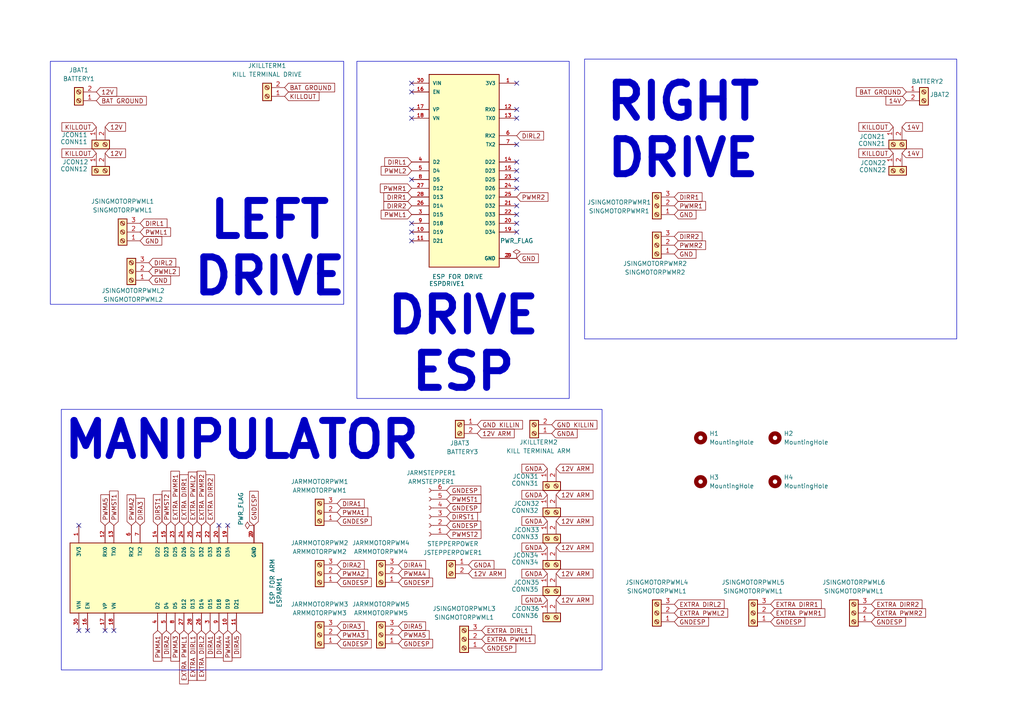
<source format=kicad_sch>
(kicad_sch (version 20231120) (generator "eeschema") (generator_version "8.0")
  (paper "A4")
  (lib_symbols
    (symbol "Connector:Conn_01x06_Socket" (pin_names (offset 1.016) hide)
      (property "Reference" "J" (at 0 7.62 0))
      (property "Value" "Conn_01x06_Socket" (at 0 -10.16 0))
      (symbol "Conn_01x06_Socket_1_1"
        (arc (start 0 -7.112) (mid -0.5058 -7.62) (end 0 -8.128) (stroke (width 0.1524)))
        (arc (start 0 -4.572) (mid -0.5058 -5.08) (end 0 -5.588) (stroke (width 0.1524)))
        (arc (start 0 -2.032) (mid -0.5058 -2.54) (end 0 -3.048) (stroke (width 0.1524)))
        (polyline (pts (xy -1.27 -7.62) (xy -0.508 -7.62)) (stroke (width 0.1524)))
        (polyline (pts (xy -1.27 -5.08) (xy -0.508 -5.08)) (stroke (width 0.1524)))
        (polyline (pts (xy -1.27 -2.54) (xy -0.508 -2.54)) (stroke (width 0.1524)))
        (polyline (pts (xy -1.27 0) (xy -0.508 0)) (stroke (width 0.1524)))
        (polyline (pts (xy -1.27 2.54) (xy -0.508 2.54)) (stroke (width 0.1524)))
        (polyline (pts (xy -1.27 5.08) (xy -0.508 5.08)) (stroke (width 0.1524)))
        (arc (start 0 0.508) (mid -0.5058 0) (end 0 -0.508) (stroke (width 0.1524)))
        (arc (start 0 3.048) (mid -0.5058 2.54) (end 0 2.032) (stroke (width 0.1524)))
        (arc (start 0 5.588) (mid -0.5058 5.08) (end 0 4.572) (stroke (width 0.1524)))
        (pin passive line (at -5.08 5.08 0) (length 3.81) (name "Pin_1") (number "1"))
        (pin passive line (at -5.08 2.54 0) (length 3.81) (name "Pin_2") (number "2"))
        (pin passive line (at -5.08 0 0) (length 3.81) (name "Pin_3") (number "3"))
        (pin passive line (at -5.08 -2.54 0) (length 3.81) (name "Pin_4") (number "4"))
        (pin passive line (at -5.08 -5.08 0) (length 3.81) (name "Pin_5") (number "5"))
        (pin passive line (at -5.08 -7.62 0) (length 3.81) (name "Pin_6") (number "6"))
      )
    )
    (symbol "Connector:Screw_Terminal_01x02" (pin_names (offset 1.016) hide)
      (property "Reference" "J" (at 0 2.54 0))
      (property "Value" "Screw_Terminal_01x02" (at 0 -5.08 0))
      (symbol "Screw_Terminal_01x02_1_1"
        (rectangle (start -1.27 1.27) (end 1.27 -3.81) (stroke (width 0.254)) (fill (type background)))
        (circle (center 0 -2.54) (radius 0.635) (stroke (width 0.1524)))
        (polyline (pts (xy -0.5334 -2.2098) (xy 0.3302 -3.048)) (stroke (width 0.1524)))
        (polyline (pts (xy -0.5334 0.3302) (xy 0.3302 -0.508)) (stroke (width 0.1524)))
        (polyline (pts (xy -0.3556 -2.032) (xy 0.508 -2.8702)) (stroke (width 0.1524)))
        (polyline (pts (xy -0.3556 0.508) (xy 0.508 -0.3302)) (stroke (width 0.1524)))
        (circle (center 0 0) (radius 0.635) (stroke (width 0.1524)))
        (pin passive line (at -5.08 0 0) (length 3.81) (name "Pin_1") (number "1"))
        (pin passive line (at -5.08 -2.54 0) (length 3.81) (name "Pin_2") (number "2"))
      )
    )
    (symbol "Connector:Screw_Terminal_01x03" (pin_names (offset 1.016) hide)
      (property "Reference" "J" (at 0 5.08 0))
      (property "Value" "Screw_Terminal_01x03" (at 0 -5.08 0))
      (symbol "Screw_Terminal_01x03_1_1"
        (rectangle (start -1.27 3.81) (end 1.27 -3.81) (stroke (width 0.254)) (fill (type background)))
        (circle (center 0 -2.54) (radius 0.635) (stroke (width 0.1524)))
        (polyline (pts (xy -0.5334 -2.2098) (xy 0.3302 -3.048)) (stroke (width 0.1524)))
        (polyline (pts (xy -0.5334 0.3302) (xy 0.3302 -0.508)) (stroke (width 0.1524)))
        (polyline (pts (xy -0.5334 2.8702) (xy 0.3302 2.032)) (stroke (width 0.1524)))
        (polyline (pts (xy -0.3556 -2.032) (xy 0.508 -2.8702)) (stroke (width 0.1524)))
        (polyline (pts (xy -0.3556 0.508) (xy 0.508 -0.3302)) (stroke (width 0.1524)))
        (polyline (pts (xy -0.3556 3.048) (xy 0.508 2.2098)) (stroke (width 0.1524)))
        (circle (center 0 0) (radius 0.635) (stroke (width 0.1524)))
        (circle (center 0 2.54) (radius 0.635) (stroke (width 0.1524)))
        (pin passive line (at -5.08 2.54 0) (length 3.81) (name "Pin_1") (number "1"))
        (pin passive line (at -5.08 0 0) (length 3.81) (name "Pin_2") (number "2"))
        (pin passive line (at -5.08 -2.54 0) (length 3.81) (name "Pin_3") (number "3"))
      )
    )
    (symbol "ESP32-DEVKIT-V1:ESP32-DEVKIT-V1" (pin_names (offset 1.016))
      (property "Reference" "U" (at -10.16 30.48 0))
      (property "Value" "ESP32-DEVKIT-V1" (at -10.16 -30.48 0))
      (symbol "ESP32-DEVKIT-V1_0_0"
        (rectangle (start -10.16 -27.94) (end 10.16 27.94) (stroke (width 0.254)) (fill (type background)))
        (pin output line (at 15.24 25.4 180) (length 5.08) (name "3V3") (number "1"))
        (pin bidirectional line (at -15.24 -17.78 0) (length 5.08) (name "D19") (number "10"))
        (pin bidirectional line (at -15.24 -20.32 0) (length 5.08) (name "D21") (number "11"))
        (pin input line (at 15.24 17.78 180) (length 5.08) (name "RX0") (number "12"))
        (pin output line (at 15.24 15.24 180) (length 5.08) (name "TX0") (number "13"))
        (pin bidirectional line (at 15.24 2.54 180) (length 5.08) (name "D22") (number "14"))
        (pin bidirectional line (at 15.24 0 180) (length 5.08) (name "D23") (number "15"))
        (pin input line (at -15.24 22.86 0) (length 5.08) (name "EN") (number "16"))
        (pin bidirectional line (at -15.24 17.78 0) (length 5.08) (name "VP") (number "17"))
        (pin bidirectional line (at -15.24 15.24 0) (length 5.08) (name "VN") (number "18"))
        (pin bidirectional line (at 15.24 -17.78 180) (length 5.08) (name "D34") (number "19"))
        (pin power_in line (at 15.24 -25.4 180) (length 5.08) (name "GND") (number "2"))
        (pin bidirectional line (at 15.24 -15.24 180) (length 5.08) (name "D35") (number "20"))
        (pin bidirectional line (at 15.24 -10.16 180) (length 5.08) (name "D32") (number "21"))
        (pin bidirectional line (at 15.24 -12.7 180) (length 5.08) (name "D33") (number "22"))
        (pin bidirectional line (at 15.24 -2.54 180) (length 5.08) (name "D25") (number "23"))
        (pin bidirectional line (at 15.24 -5.08 180) (length 5.08) (name "D26") (number "24"))
        (pin bidirectional line (at 15.24 -7.62 180) (length 5.08) (name "D27") (number "25"))
        (pin bidirectional line (at -15.24 -10.16 0) (length 5.08) (name "D14") (number "26"))
        (pin bidirectional line (at -15.24 -5.08 0) (length 5.08) (name "D12") (number "27"))
        (pin bidirectional line (at -15.24 -7.62 0) (length 5.08) (name "D13") (number "28"))
        (pin power_in line (at 15.24 -25.4 180) (length 5.08) (name "GND") (number "29"))
        (pin bidirectional line (at -15.24 -12.7 0) (length 5.08) (name "D15") (number "3"))
        (pin input line (at -15.24 25.4 0) (length 5.08) (name "VIN") (number "30"))
        (pin bidirectional line (at -15.24 2.54 0) (length 5.08) (name "D2") (number "4"))
        (pin bidirectional line (at -15.24 0 0) (length 5.08) (name "D4") (number "5"))
        (pin input line (at 15.24 10.16 180) (length 5.08) (name "RX2") (number "6"))
        (pin output line (at 15.24 7.62 180) (length 5.08) (name "TX2") (number "7"))
        (pin bidirectional line (at -15.24 -2.54 0) (length 5.08) (name "D5") (number "8"))
        (pin bidirectional line (at -15.24 -15.24 0) (length 5.08) (name "D18") (number "9"))
      )
    )
    (symbol "Mechanical:MountingHole" (pin_names (offset 1.016)) (exclude_from_sim yes) (in_bom no)
      (property "Reference" "H" (at 0 5.08 0))
      (property "Value" "MountingHole" (at 0 3.175 0))
      (symbol "MountingHole_0_1"
        (circle (center 0 0) (radius 1.27) (stroke (width 1.27)))
      )
    )
    (symbol "power:PWR_FLAG" (power) (pin_numbers hide) (pin_names (offset 0) hide)
      (property "Value" "PWR_FLAG" (at 0 3.81 0))
      (symbol "PWR_FLAG_0_0"
        (pin power_out line (at 0 0 90) (length 0) (name "~") (number "1"))
      )
      (symbol "PWR_FLAG_0_1"
        (polyline (pts (xy 0 0) (xy 0 1.27) (xy -1.016 1.905) (xy 0 2.54) (xy 1.016 1.905) (xy 0 1.27)))
      )
    )
  )
  (no_connect (at 149.86 24.13))
  (no_connect (at 119.38 26.67))
  (no_connect (at 119.38 24.13))
  (no_connect (at 22.86 152.4))
  (no_connect (at 149.86 41.91))
  (no_connect (at 149.86 62.23))
  (no_connect (at 149.86 31.75))
  (no_connect (at 119.38 67.31))
  (no_connect (at 149.86 64.77))
  (no_connect (at 149.86 59.69))
  (no_connect (at 119.38 52.07))
  (no_connect (at 149.86 34.29))
  (no_connect (at 25.4 182.88))
  (no_connect (at 119.38 64.77))
  (no_connect (at 149.86 54.61))
  (no_connect (at 119.38 34.29))
  (no_connect (at 149.86 52.07))
  (no_connect (at 22.86 182.88))
  (no_connect (at 33.02 182.88))
  (no_connect (at 119.38 69.85))
  (no_connect (at 149.86 46.99))
  (no_connect (at 63.5 152.4))
  (no_connect (at 30.48 182.88))
  (no_connect (at 66.04 152.4))
  (no_connect (at 119.38 31.75))
  (no_connect (at 149.86 67.31))
  (no_connect (at 149.86 49.53))
  (rectangle (start 17.78 118.745) (end 174.625 194.31))
  (rectangle (start 103.505 17.78) (end 165.1 115.57))
  (rectangle (start 14.605 17.78) (end 99.695 88.265))
  (rectangle (start 169.545 17.145) (end 277.495 98.298))
  (text "RIGHT\nDRIVE\n" (at 198.12 37.846 0) (effects (font (size 10.16 10.16) (thickness 2.032) (bold yes))))
  (text "DRIVE\nESP\n" (at 134.366 99.822 0) (effects (font (size 10.16 10.16) (thickness 2.032) (bold yes))))
  (text "MANIPULATOR" (at 70.104 127.762 0) (effects (font (size 10.16 10.16) (thickness 2.032) (bold yes))))
  (text "LEFT\nDRIVE" (at 78.232 72.136 0) (effects (font (size 10.16 10.16) (thickness 2.032) (bold yes))))
  (global_label "GNDESP" (shape input) (at 115.57 186.69 0) (property "Intersheetrefs" "${INTERSHEET_REFS}" (effects (hide yes))))
  (global_label "DIRA5" (shape input) (at 68.58 182.88 270) (property "Intersheetrefs" "${INTERSHEET_REFS}" (effects (hide yes))))
  (global_label "EXTRA PWML1" (shape input) (at 53.34 182.88 270) (property "Intersheetrefs" "${INTERSHEET_REFS}" (effects (hide yes))))
  (global_label "14V" (shape input) (at 262.89 29.21 180) (property "Intersheetrefs" "${INTERSHEET_REFS}" (effects (hide yes))))
  (global_label "DIRST1" (shape input) (at 45.72 152.4 90) (property "Intersheetrefs" "${INTERSHEET_REFS}" (effects (hide yes))))
  (global_label "PWMST2" (shape input) (at 129.54 154.94 0) (property "Intersheetrefs" "${INTERSHEET_REFS}" (effects (hide yes))))
  (global_label "KILLOUT" (shape input) (at 259.08 36.83 180) (property "Intersheetrefs" "${INTERSHEET_REFS}" (effects (hide yes))))
  (global_label "DIRL2" (shape input) (at 149.86 39.37 0) (property "Intersheetrefs" "${INTERSHEET_REFS}" (effects (hide yes))))
  (global_label "PWML1" (shape input) (at 119.38 62.23 180) (property "Intersheetrefs" "${INTERSHEET_REFS}" (effects (hide yes))))
  (global_label "GNDA" (shape input) (at 160.02 125.73 0) (property "Intersheetrefs" "${INTERSHEET_REFS}" (effects (hide yes))))
  (global_label "DIRL1" (shape input) (at 119.38 46.99 180) (property "Intersheetrefs" "${INTERSHEET_REFS}" (effects (hide yes))))
  (global_label "EXTRA DIRL1" (shape input) (at 55.88 182.88 270) (property "Intersheetrefs" "${INTERSHEET_REFS}" (effects (hide yes))))
  (global_label "EXTRA DIRR1" (shape input) (at 53.34 152.4 90) (property "Intersheetrefs" "${INTERSHEET_REFS}" (effects (hide yes))))
  (global_label "DIRA3" (shape input) (at 97.79 181.61 0) (property "Intersheetrefs" "${INTERSHEET_REFS}" (effects (hide yes))))
  (global_label "PWML2" (shape input) (at 43.18 78.74 0) (property "Intersheetrefs" "${INTERSHEET_REFS}" (effects (hide yes))))
  (global_label "BAT GROUND" (shape input) (at 262.89 26.67 180) (property "Intersheetrefs" "${INTERSHEET_REFS}" (effects (hide yes))))
  (global_label "GNDA" (shape input) (at 135.89 163.83 0) (property "Intersheetrefs" "${INTERSHEET_REFS}" (effects (hide yes))))
  (global_label "PWML1" (shape input) (at 40.64 67.31 0) (property "Intersheetrefs" "${INTERSHEET_REFS}" (effects (hide yes))))
  (global_label "DIRR2" (shape input) (at 195.58 68.58 0) (property "Intersheetrefs" "${INTERSHEET_REFS}" (effects (hide yes))))
  (global_label "DIRA2" (shape input) (at 48.26 182.88 270) (property "Intersheetrefs" "${INTERSHEET_REFS}" (effects (hide yes))))
  (global_label "12V ARM" (shape input) (at 161.29 143.51 0) (property "Intersheetrefs" "${INTERSHEET_REFS}" (effects (hide yes))))
  (global_label "EXTRA DIRR2" (shape input) (at 60.96 152.4 90) (property "Intersheetrefs" "${INTERSHEET_REFS}" (effects (hide yes))))
  (global_label "GNDESP" (shape input) (at 129.54 142.24 0) (property "Intersheetrefs" "${INTERSHEET_REFS}" (effects (hide yes))))
  (global_label "EXTRA DIRR1" (shape input) (at 223.52 175.26 0) (property "Intersheetrefs" "${INTERSHEET_REFS}" (effects (hide yes))))
  (global_label "GNDA" (shape input) (at 158.75 158.75 180) (property "Intersheetrefs" "${INTERSHEET_REFS}" (effects (hide yes))))
  (global_label "DIRR1" (shape input) (at 119.38 57.15 180) (property "Intersheetrefs" "${INTERSHEET_REFS}" (effects (hide yes))))
  (global_label "PWMST2" (shape input) (at 48.26 152.4 90) (property "Intersheetrefs" "${INTERSHEET_REFS}" (effects (hide yes))))
  (global_label "GNDA" (shape input) (at 158.75 143.51 180) (property "Intersheetrefs" "${INTERSHEET_REFS}" (effects (hide yes))))
  (global_label "DIRL2" (shape input) (at 43.18 76.2 0) (property "Intersheetrefs" "${INTERSHEET_REFS}" (effects (hide yes))))
  (global_label "PWMR1" (shape input) (at 195.58 59.69 0) (property "Intersheetrefs" "${INTERSHEET_REFS}" (effects (hide yes))))
  (global_label "GNDA" (shape input) (at 158.75 135.89 180) (property "Intersheetrefs" "${INTERSHEET_REFS}" (effects (hide yes))))
  (global_label "PWMA2" (shape input) (at 97.79 166.37 0) (property "Intersheetrefs" "${INTERSHEET_REFS}" (effects (hide yes))))
  (global_label "BAT GROUND" (shape input) (at 82.55 25.4 0) (property "Intersheetrefs" "${INTERSHEET_REFS}" (effects (hide yes))))
  (global_label "GNDESP" (shape input) (at 97.79 186.69 0) (property "Intersheetrefs" "${INTERSHEET_REFS}" (effects (hide yes))))
  (global_label "PWMA4" (shape input) (at 66.04 182.88 270) (property "Intersheetrefs" "${INTERSHEET_REFS}" (effects (hide yes))))
  (global_label "12V ARM" (shape input) (at 161.29 135.89 0) (property "Intersheetrefs" "${INTERSHEET_REFS}" (effects (hide yes))))
  (global_label "12V" (shape input) (at 27.94 26.67 0) (property "Intersheetrefs" "${INTERSHEET_REFS}" (effects (hide yes))))
  (global_label "EXTRA DIRL1" (shape input) (at 139.7 182.88 0) (property "Intersheetrefs" "${INTERSHEET_REFS}" (effects (hide yes))))
  (global_label "GNDESP" (shape input) (at 223.52 180.34 0) (property "Intersheetrefs" "${INTERSHEET_REFS}" (effects (hide yes))))
  (global_label "PWMA3" (shape input) (at 50.8 182.88 270) (property "Intersheetrefs" "${INTERSHEET_REFS}" (effects (hide yes))))
  (global_label "GNDESP" (shape input) (at 139.7 187.96 0) (property "Intersheetrefs" "${INTERSHEET_REFS}" (effects (hide yes))))
  (global_label "12V ARM" (shape input) (at 161.29 166.37 0) (property "Intersheetrefs" "${INTERSHEET_REFS}" (effects (hide yes))))
  (global_label "EXTRA PWMR2" (shape input) (at 252.73 177.8 0) (property "Intersheetrefs" "${INTERSHEET_REFS}" (effects (hide yes))))
  (global_label "EXTRA PWMR1" (shape input) (at 223.52 177.8 0) (property "Intersheetrefs" "${INTERSHEET_REFS}" (effects (hide yes))))
  (global_label "BAT GROUND" (shape input) (at 27.94 29.21 0) (property "Intersheetrefs" "${INTERSHEET_REFS}" (effects (hide yes))))
  (global_label "PWMA5" (shape input) (at 30.48 152.4 90) (property "Intersheetrefs" "${INTERSHEET_REFS}" (effects (hide yes))))
  (global_label "DIRL1" (shape input) (at 40.64 64.77 0) (property "Intersheetrefs" "${INTERSHEET_REFS}" (effects (hide yes))))
  (global_label "EXTRA PWML1" (shape input) (at 139.7 185.42 0) (property "Intersheetrefs" "${INTERSHEET_REFS}" (effects (hide yes))))
  (global_label "KILLOUT" (shape input) (at 259.08 44.45 180) (property "Intersheetrefs" "${INTERSHEET_REFS}" (effects (hide yes))))
  (global_label "GNDESP" (shape input) (at 129.54 152.4 0) (property "Intersheetrefs" "${INTERSHEET_REFS}" (effects (hide yes))))
  (global_label "PWMST1" (shape input) (at 33.02 152.4 90) (property "Intersheetrefs" "${INTERSHEET_REFS}" (effects (hide yes))))
  (global_label "DIRA4" (shape input) (at 115.57 163.83 0) (property "Intersheetrefs" "${INTERSHEET_REFS}" (effects (hide yes))))
  (global_label "DIRST1" (shape input) (at 129.54 149.86 0) (property "Intersheetrefs" "${INTERSHEET_REFS}" (effects (hide yes))))
  (global_label "EXTRA PWML2" (shape input) (at 195.58 177.8 0) (property "Intersheetrefs" "${INTERSHEET_REFS}" (effects (hide yes))))
  (global_label "PWMA1" (shape input) (at 97.79 148.59 0) (property "Intersheetrefs" "${INTERSHEET_REFS}" (effects (hide yes))))
  (global_label "GND KILLIN" (shape input) (at 160.02 123.19 0) (property "Intersheetrefs" "${INTERSHEET_REFS}" (effects (hide yes))))
  (global_label "GNDESP" (shape input) (at 73.66 152.4 90) (property "Intersheetrefs" "${INTERSHEET_REFS}" (effects (hide yes))))
  (global_label "12V ARM" (shape input) (at 161.29 151.13 0) (property "Intersheetrefs" "${INTERSHEET_REFS}" (effects (hide yes))))
  (global_label "14V" (shape input) (at 261.62 44.45 0) (property "Intersheetrefs" "${INTERSHEET_REFS}" (effects (hide yes))))
  (global_label "12V" (shape input) (at 30.48 44.45 0) (property "Intersheetrefs" "${INTERSHEET_REFS}" (effects (hide yes))))
  (global_label "GNDESP" (shape input) (at 115.57 168.91 0) (property "Intersheetrefs" "${INTERSHEET_REFS}" (effects (hide yes))))
  (global_label "GND" (shape input) (at 43.18 81.28 0) (property "Intersheetrefs" "${INTERSHEET_REFS}" (effects (hide yes))))
  (global_label "EXTRA PWMR1" (shape input) (at 50.8 152.4 90) (property "Intersheetrefs" "${INTERSHEET_REFS}" (effects (hide yes))))
  (global_label "PWMA4" (shape input) (at 115.57 166.37 0) (property "Intersheetrefs" "${INTERSHEET_REFS}" (effects (hide yes))))
  (global_label "PWMA5" (shape input) (at 115.57 184.15 0) (property "Intersheetrefs" "${INTERSHEET_REFS}" (effects (hide yes))))
  (global_label "KILLOUT" (shape input) (at 82.55 27.94 0) (property "Intersheetrefs" "${INTERSHEET_REFS}" (effects (hide yes))))
  (global_label "KILLOUT" (shape input) (at 27.94 44.45 180) (property "Intersheetrefs" "${INTERSHEET_REFS}" (effects (hide yes))))
  (global_label "PWMA3" (shape input) (at 97.79 184.15 0) (property "Intersheetrefs" "${INTERSHEET_REFS}" (effects (hide yes))))
  (global_label "EXTRA DIRR2" (shape input) (at 252.73 175.26 0) (property "Intersheetrefs" "${INTERSHEET_REFS}" (effects (hide yes))))
  (global_label "12V ARM" (shape input) (at 138.43 125.73 0) (property "Intersheetrefs" "${INTERSHEET_REFS}" (effects (hide yes))))
  (global_label "DIRA1" (shape input) (at 97.79 146.05 0) (property "Intersheetrefs" "${INTERSHEET_REFS}" (effects (hide yes))))
  (global_label "DIRA3" (shape input) (at 40.64 152.4 90) (property "Intersheetrefs" "${INTERSHEET_REFS}" (effects (hide yes))))
  (global_label "GND" (shape input) (at 195.58 62.23 0) (property "Intersheetrefs" "${INTERSHEET_REFS}" (effects (hide yes))))
  (global_label "DIRA5" (shape input) (at 115.57 181.61 0) (property "Intersheetrefs" "${INTERSHEET_REFS}" (effects (hide yes))))
  (global_label "PWMR1" (shape input) (at 119.38 54.61 180) (property "Intersheetrefs" "${INTERSHEET_REFS}" (effects (hide yes))))
  (global_label "12V ARM" (shape input) (at 135.89 166.37 0) (property "Intersheetrefs" "${INTERSHEET_REFS}" (effects (hide yes))))
  (global_label "EXTRA PWMR2" (shape input) (at 58.42 152.4 90) (property "Intersheetrefs" "${INTERSHEET_REFS}" (effects (hide yes))))
  (global_label "DIRR1" (shape input) (at 195.58 57.15 0) (property "Intersheetrefs" "${INTERSHEET_REFS}" (effects (hide yes))))
  (global_label "GNDA" (shape input) (at 158.75 173.99 180) (property "Intersheetrefs" "${INTERSHEET_REFS}" (effects (hide yes))))
  (global_label "GNDESP" (shape input) (at 97.79 168.91 0) (property "Intersheetrefs" "${INTERSHEET_REFS}" (effects (hide yes))))
  (global_label "DIRA2" (shape input) (at 97.79 163.83 0) (property "Intersheetrefs" "${INTERSHEET_REFS}" (effects (hide yes))))
  (global_label "GND" (shape input) (at 195.58 73.66 0) (property "Intersheetrefs" "${INTERSHEET_REFS}" (effects (hide yes))))
  (global_label "GNDESP" (shape input) (at 97.79 151.13 0) (property "Intersheetrefs" "${INTERSHEET_REFS}" (effects (hide yes))))
  (global_label "DIRA1" (shape input) (at 60.96 182.88 270) (property "Intersheetrefs" "${INTERSHEET_REFS}" (effects (hide yes))))
  (global_label "DIRA4" (shape input) (at 63.5 182.88 270) (property "Intersheetrefs" "${INTERSHEET_REFS}" (effects (hide yes))))
  (global_label "GNDESP" (shape input) (at 252.73 180.34 0) (property "Intersheetrefs" "${INTERSHEET_REFS}" (effects (hide yes))))
  (global_label "12V ARM" (shape input) (at 161.29 173.99 0) (property "Intersheetrefs" "${INTERSHEET_REFS}" (effects (hide yes))))
  (global_label "EXTRA DIRL2" (shape input) (at 58.42 182.88 270) (property "Intersheetrefs" "${INTERSHEET_REFS}" (effects (hide yes))))
  (global_label "14V" (shape input) (at 261.62 36.83 0) (property "Intersheetrefs" "${INTERSHEET_REFS}" (effects (hide yes))))
  (global_label "PWMST1" (shape input) (at 129.54 144.78 0) (property "Intersheetrefs" "${INTERSHEET_REFS}" (effects (hide yes))))
  (global_label "GND" (shape input) (at 40.64 69.85 0) (property "Intersheetrefs" "${INTERSHEET_REFS}" (effects (hide yes))))
  (global_label "PWML2" (shape input) (at 119.38 49.53 180) (property "Intersheetrefs" "${INTERSHEET_REFS}" (effects (hide yes))))
  (global_label "PWMA2" (shape input) (at 38.1 152.4 90) (property "Intersheetrefs" "${INTERSHEET_REFS}" (effects (hide yes))))
  (global_label "DIRR2" (shape input) (at 119.38 59.69 180) (property "Intersheetrefs" "${INTERSHEET_REFS}" (effects (hide yes))))
  (global_label "EXTRA PWML2" (shape input) (at 55.88 152.4 90) (property "Intersheetrefs" "${INTERSHEET_REFS}" (effects (hide yes))))
  (global_label "12V" (shape input) (at 30.48 36.83 0) (property "Intersheetrefs" "${INTERSHEET_REFS}" (effects (hide yes))))
  (global_label "PWMR2" (shape input) (at 195.58 71.12 0) (property "Intersheetrefs" "${INTERSHEET_REFS}" (effects (hide yes))))
  (global_label "12V ARM" (shape input) (at 161.29 158.75 0) (property "Intersheetrefs" "${INTERSHEET_REFS}" (effects (hide yes))))
  (global_label "PWMR2" (shape input) (at 149.86 57.15 0) (property "Intersheetrefs" "${INTERSHEET_REFS}" (effects (hide yes))))
  (global_label "GND" (shape input) (at 149.86 74.93 0) (property "Intersheetrefs" "${INTERSHEET_REFS}" (effects (hide yes))))
  (global_label "PWMA1" (shape input) (at 45.72 182.88 270) (property "Intersheetrefs" "${INTERSHEET_REFS}" (effects (hide yes))))
  (global_label "GNDESP" (shape input) (at 195.58 180.34 0) (property "Intersheetrefs" "${INTERSHEET_REFS}" (effects (hide yes))))
  (global_label "KILLOUT" (shape input) (at 27.94 36.83 180) (property "Intersheetrefs" "${INTERSHEET_REFS}" (effects (hide yes))))
  (global_label "EXTRA DIRL2" (shape input) (at 195.58 175.26 0) (property "Intersheetrefs" "${INTERSHEET_REFS}" (effects (hide yes))))
  (global_label "GNDESP" (shape input) (at 129.54 147.32 0) (property "Intersheetrefs" "${INTERSHEET_REFS}" (effects (hide yes))))
  (global_label "GND KILLIN" (shape input) (at 138.43 123.19 0) (property "Intersheetrefs" "${INTERSHEET_REFS}" (effects (hide yes))))
  (global_label "GNDA" (shape input) (at 158.75 151.13 180) (property "Intersheetrefs" "${INTERSHEET_REFS}" (effects (hide yes))))
  (global_label "GNDA" (shape input) (at 158.75 166.37 180) (property "Intersheetrefs" "${INTERSHEET_REFS}" (effects (hide yes))))
  (symbol (lib_id "Connector:Screw_Terminal_01x02") (at 130.81 163.83 0) (mirror y) (unit 1)
    (property "Reference" "JSTEPPERPOWER1" (at 131.318 160.274 0))
    (property "Value" "STEPPERPOWER" (at 131.318 157.734 0))
    (property "Footprint" "Connector_AMASS:AMASS_XT60-F_1x02_P7.20mm_Vertical" (effects (hide yes)))
    (property "Description" "Generic screw terminal, single row, 01x02, script generated (kicad-library-utils/schlib/autogen/connector/)" (effects (hide yes)))
  )
  (symbol (lib_id "Connector:Screw_Terminal_01x03") (at 218.44 177.8 180) (unit 1)
    (property "Reference" "JSINGMOTORPWML5" (at 218.44 168.91 0))
    (property "Value" "SINGMOTORPWML1" (at 218.44 171.45 0))
    (property "Footprint" "Connector_PinHeader_2.54mm:PinHeader_1x03_P2.54mm_Vertical" (effects (hide yes)))
    (property "Description" "Generic screw terminal, single row, 01x03, script generated (kicad-library-utils/schlib/autogen/connector/)" (effects (hide yes)))
  )
  (symbol (lib_id "Connector:Screw_Terminal_01x03") (at 92.71 148.59 180) (unit 1)
    (property "Reference" "JARMMOTORPWM1" (at 92.71 139.7 0))
    (property "Value" "ARMMOTORPWM1" (at 92.71 142.24 0))
    (property "Footprint" "Connector_PinHeader_2.54mm:PinHeader_1x03_P2.54mm_Vertical" (effects (hide yes)))
    (property "Description" "Generic screw terminal, single row, 01x03, script generated (kicad-library-utils/schlib/autogen/connector/)" (effects (hide yes)))
  )
  (symbol (lib_id "Connector:Screw_Terminal_01x03") (at 38.1 78.74 180) (unit 1)
    (property "Reference" "JSINGMOTORPWML2" (at 38.608 84.328 0))
    (property "Value" "SINGMOTORPWML2" (at 38.608 86.868 0))
    (property "Footprint" "Connector_PinHeader_2.54mm:PinHeader_1x03_P2.54mm_Vertical" (effects (hide yes)))
    (property "Description" "Generic screw terminal, single row, 01x03, script generated (kicad-library-utils/schlib/autogen/connector/)" (effects (hide yes)))
  )
  (symbol (lib_id "Connector:Screw_Terminal_01x03") (at 134.62 185.42 180) (unit 1)
    (property "Reference" "JSINGMOTORPWML3" (at 134.62 176.53 0))
    (property "Value" "SINGMOTORPWML1" (at 134.62 179.07 0))
    (property "Footprint" "Connector_PinHeader_2.54mm:PinHeader_1x03_P2.54mm_Vertical" (effects (hide yes)))
    (property "Description" "Generic screw terminal, single row, 01x03, script generated (kicad-library-utils/schlib/autogen/connector/)" (effects (hide yes)))
  )
  (symbol (lib_id "Connector:Screw_Terminal_01x03") (at 247.65 177.8 180) (unit 1)
    (property "Reference" "JSINGMOTORPWML6" (at 247.65 168.91 0))
    (property "Value" "SINGMOTORPWML1" (at 247.65 171.45 0))
    (property "Footprint" "Connector_PinHeader_2.54mm:PinHeader_1x03_P2.54mm_Vertical" (effects (hide yes)))
    (property "Description" "Generic screw terminal, single row, 01x03, script generated (kicad-library-utils/schlib/autogen/connector/)" (effects (hide yes)))
  )
  (symbol (lib_id "Connector:Screw_Terminal_01x02") (at 259.08 49.53 90) (mirror x) (unit 1)
    (property "Reference" "JCON22" (at 257.048 47.244 90) (effects (justify left)))
    (property "Value" "CONN22" (at 257.048 49.276 90) (effects (justify left)))
    (property "Footprint" "Connector_AMASS:AMASS_XT60-F_1x02_P7.20mm_Vertical" (effects (hide yes)))
    (property "Description" "Generic screw terminal, single row, 01x02, script generated (kicad-library-utils/schlib/autogen/connector/)" (effects (hide yes)))
  )
  (symbol (lib_id "Connector:Screw_Terminal_01x02") (at 22.86 29.21 180) (unit 1)
    (property "Reference" "JBAT1" (at 22.86 20.32 0))
    (property "Value" "BATTERY1" (at 22.86 22.86 0))
    (property "Footprint" "Connector_AMASS:AMASS_XT60-F_1x02_P7.20mm_Vertical" (effects (hide yes)))
    (property "Description" "Generic screw terminal, single row, 01x02, script generated (kicad-library-utils/schlib/autogen/connector/)" (effects (hide yes)))
  )
  (symbol (lib_id "Connector:Conn_01x06_Socket") (at 124.46 149.86 180) (unit 1)
    (property "Reference" "JARMSTEPPER1" (at 125.095 137.16 0))
    (property "Value" "ARMSTEPPER1" (at 125.095 139.7 0))
    (property "Footprint" "Connector_PinHeader_2.54mm:PinHeader_1x06_P2.54mm_Vertical" (effects (hide yes)))
    (property "Description" "Generic connector, single row, 01x06, script generated" (effects (hide yes)))
  )
  (symbol (lib_id "power:PWR_FLAG") (at 149.86 74.93 0) (unit 1)
    (property "Reference" "#FLG01" (effects (hide yes)))
    (property "Value" "PWR_FLAG" (at 149.86 69.85 0))
    (property "Description" "Special symbol for telling ERC where power comes from" (effects (hide yes)))
  )
  (symbol (lib_id "Connector:Screw_Terminal_01x03") (at 190.5 59.69 180) (unit 1)
    (property "Reference" "JSINGMOTORPWMR1" (at 179.578 58.674 0))
    (property "Value" "SINGMOTORPWMR1" (at 179.578 61.214 0))
    (property "Footprint" "Connector_PinHeader_2.54mm:PinHeader_1x03_P2.54mm_Vertical" (effects (hide yes)))
    (property "Description" "Generic screw terminal, single row, 01x03, script generated (kicad-library-utils/schlib/autogen/connector/)" (effects (hide yes)))
  )
  (symbol (lib_id "Connector:Screw_Terminal_01x02") (at 158.75 156.21 90) (mirror x) (unit 1)
    (property "Reference" "JCON33" (at 156.464 153.67 90) (effects (justify left)))
    (property "Value" "CONN33" (at 156.21 155.702 90) (effects (justify left)))
    (property "Footprint" "Connector_AMASS:AMASS_XT60-F_1x02_P7.20mm_Vertical" (effects (hide yes)))
    (property "Description" "Generic screw terminal, single row, 01x02, script generated (kicad-library-utils/schlib/autogen/connector/)" (effects (hide yes)))
  )
  (symbol (lib_id "Mechanical:MountingHole") (at 203.2 127 0) (unit 1) (exclude_from_sim yes) (in_bom no)
    (property "Reference" "H1" (at 205.74 125.7299 0) (effects (justify left)))
    (property "Value" "MountingHole" (at 205.74 128.2699 0) (effects (justify left)))
    (property "Footprint" "MountingHole:MountingHole_4.3mm_M4_DIN965_Pad" (effects (hide yes)))
    (property "Description" "Mounting Hole without connection" (effects (hide yes)))
  )
  (symbol (lib_id "Connector:Screw_Terminal_01x03") (at 92.71 184.15 180) (unit 1)
    (property "Reference" "JARMMOTORPWM3" (at 92.71 175.26 0))
    (property "Value" "ARMMOTORPWM3" (at 92.71 177.8 0))
    (property "Footprint" "Connector_PinHeader_2.54mm:PinHeader_1x03_P2.54mm_Vertical" (effects (hide yes)))
    (property "Description" "Generic screw terminal, single row, 01x03, script generated (kicad-library-utils/schlib/autogen/connector/)" (effects (hide yes)))
  )
  (symbol (lib_id "Connector:Screw_Terminal_01x02") (at 267.97 26.67 0) (unit 1)
    (property "Reference" "JBAT2" (at 272.542 27.432 0))
    (property "Value" "BATTERY2" (at 268.986 23.622 0))
    (property "Footprint" "Connector_AMASS:AMASS_XT60-F_1x02_P7.20mm_Vertical" (effects (hide yes)))
    (property "Description" "Generic screw terminal, single row, 01x02, script generated (kicad-library-utils/schlib/autogen/connector/)" (effects (hide yes)))
  )
  (symbol (lib_id "Mechanical:MountingHole") (at 224.79 127 0) (unit 1) (exclude_from_sim yes) (in_bom no)
    (property "Reference" "H2" (at 227.33 125.7299 0) (effects (justify left)))
    (property "Value" "MountingHole" (at 227.33 128.2699 0) (effects (justify left)))
    (property "Footprint" "MountingHole:MountingHole_4.3mm_M4_DIN965_Pad" (effects (hide yes)))
    (property "Description" "Mounting Hole without connection" (effects (hide yes)))
  )
  (symbol (lib_id "Connector:Screw_Terminal_01x03") (at 35.56 67.31 180) (unit 1)
    (property "Reference" "JSINGMOTORPWML1" (at 35.56 58.42 0))
    (property "Value" "SINGMOTORPWML1" (at 35.56 60.96 0))
    (property "Footprint" "Connector_PinHeader_2.54mm:PinHeader_1x03_P2.54mm_Vertical" (effects (hide yes)))
    (property "Description" "Generic screw terminal, single row, 01x03, script generated (kicad-library-utils/schlib/autogen/connector/)" (effects (hide yes)))
  )
  (symbol (lib_id "ESP32-DEVKIT-V1:ESP32-DEVKIT-V1") (at 48.26 167.64 90) (unit 1)
    (property "Reference" "ESPARM1" (at 81.026 167.386 0) (effects (justify right)))
    (property "Value" "ESP FOR ARM" (at 78.994 162.052 0) (effects (justify right)))
    (property "Footprint" "ESP32-DEVKIT-V1:MODULE_ESP32_DEVKIT_V1" (effects (hide yes)))
    (property "MF" "Do it" (effects (hide yes)))
    (property "MAXIMUM_PACKAGE_HEIGHT" "6.8 mm" (effects (hide yes)))
    (property "Package" "None" (effects (hide yes)))
    (property "Price" "None" (effects (hide yes)))
    (property "Check_prices" "https://www.snapeda.com/parts/ESP32-DEVKIT-V1/Do+it/view-part/?ref=eda" (effects (hide yes)))
    (property "STANDARD" "Manufacturer Recommendations" (effects (hide yes)))
    (property "PARTREV" "N/A" (effects (hide yes)))
    (property "SnapEDA_Link" "https://www.snapeda.com/parts/ESP32-DEVKIT-V1/Do+it/view-part/?ref=snap" (effects (hide yes)))
    (property "MP" "ESP32-DEVKIT-V1" (effects (hide yes)))
    (property "Description_1" "\nDual core, Wi-Fi: 2.4 GHz up to 150 Mbits/s,BLE (Bluetooth Low Energy) and legacy Bluetooth, 32 bits, Up to 240 MHz\n" (effects (hide yes)))
    (property "Availability" "Not in stock" (effects (hide yes)))
    (property "MANUFACTURER" "DOIT" (effects (hide yes)))
  )
  (symbol (lib_id "Mechanical:MountingHole") (at 224.79 139.7 0) (unit 1) (exclude_from_sim yes) (in_bom no)
    (property "Reference" "H4" (at 227.33 138.4299 0) (effects (justify left)))
    (property "Value" "MountingHole" (at 227.33 140.9699 0) (effects (justify left)))
    (property "Footprint" "MountingHole:MountingHole_4.3mm_M4_DIN965_Pad" (effects (hide yes)))
    (property "Description" "Mounting Hole without connection" (effects (hide yes)))
  )
  (symbol (lib_id "Connector:Screw_Terminal_01x02") (at 27.94 41.91 90) (mirror x) (unit 1)
    (property "Reference" "JCON11" (at 25.4 39.116 90) (effects (justify left)))
    (property "Value" "CONN11" (at 25.4 41.148 90) (effects (justify left)))
    (property "Footprint" "Connector_AMASS:AMASS_XT60-F_1x02_P7.20mm_Vertical" (effects (hide yes)))
    (property "Description" "Generic screw terminal, single row, 01x02, script generated (kicad-library-utils/schlib/autogen/connector/)" (effects (hide yes)))
  )
  (symbol (lib_id "Connector:Screw_Terminal_01x02") (at 27.94 49.53 90) (mirror x) (unit 1)
    (property "Reference" "JCON12" (at 25.654 46.99 90) (effects (justify left)))
    (property "Value" "CONN12" (at 25.4 49.022 90) (effects (justify left)))
    (property "Footprint" "Connector_AMASS:AMASS_XT60-F_1x02_P7.20mm_Vertical" (effects (hide yes)))
    (property "Description" "Generic screw terminal, single row, 01x02, script generated (kicad-library-utils/schlib/autogen/connector/)" (effects (hide yes)))
  )
  (symbol (lib_id "Connector:Screw_Terminal_01x02") (at 158.75 148.59 90) (mirror x) (unit 1)
    (property "Reference" "JCON32" (at 156.464 146.05 90) (effects (justify left)))
    (property "Value" "CONN32" (at 156.21 148.082 90) (effects (justify left)))
    (property "Footprint" "Connector_AMASS:AMASS_XT60-F_1x02_P7.20mm_Vertical" (effects (hide yes)))
    (property "Description" "Generic screw terminal, single row, 01x02, script generated (kicad-library-utils/schlib/autogen/connector/)" (effects (hide yes)))
  )
  (symbol (lib_id "Connector:Screw_Terminal_01x02") (at 158.75 179.07 90) (mirror x) (unit 1)
    (property "Reference" "JCON36" (at 156.464 176.53 90) (effects (justify left)))
    (property "Value" "CONN36" (at 156.21 178.562 90) (effects (justify left)))
    (property "Footprint" "Connector_AMASS:AMASS_XT60-F_1x02_P7.20mm_Vertical" (effects (hide yes)))
    (property "Description" "Generic screw terminal, single row, 01x02, script generated (kicad-library-utils/schlib/autogen/connector/)" (effects (hide yes)))
  )
  (symbol (lib_id "Connector:Screw_Terminal_01x03") (at 190.5 71.12 180) (unit 1)
    (property "Reference" "JSINGMOTORPWMR2" (at 189.992 76.454 0))
    (property "Value" "SINGMOTORPWMR2" (at 189.992 78.994 0))
    (property "Footprint" "Connector_PinHeader_2.54mm:PinHeader_1x03_P2.54mm_Vertical" (effects (hide yes)))
    (property "Description" "Generic screw terminal, single row, 01x03, script generated (kicad-library-utils/schlib/autogen/connector/)" (effects (hide yes)))
  )
  (symbol (lib_id "ESP32-DEVKIT-V1:ESP32-DEVKIT-V1") (at 134.62 49.53 0) (unit 1)
    (property "Reference" "ESPDRIVE1" (at 134.874 82.296 0) (effects (justify right)))
    (property "Value" "ESP FOR DRIVE" (at 140.208 80.264 0) (effects (justify right)))
    (property "Footprint" "ESP32-DEVKIT-V1:MODULE_ESP32_DEVKIT_V1" (effects (hide yes)))
    (property "MF" "Do it" (effects (hide yes)))
    (property "MAXIMUM_PACKAGE_HEIGHT" "6.8 mm" (effects (hide yes)))
    (property "Package" "None" (effects (hide yes)))
    (property "Price" "None" (effects (hide yes)))
    (property "Check_prices" "https://www.snapeda.com/parts/ESP32-DEVKIT-V1/Do+it/view-part/?ref=eda" (effects (hide yes)))
    (property "STANDARD" "Manufacturer Recommendations" (effects (hide yes)))
    (property "PARTREV" "N/A" (effects (hide yes)))
    (property "SnapEDA_Link" "https://www.snapeda.com/parts/ESP32-DEVKIT-V1/Do+it/view-part/?ref=snap" (effects (hide yes)))
    (property "MP" "ESP32-DEVKIT-V1" (effects (hide yes)))
    (property "Description_1" "\nDual core, Wi-Fi: 2.4 GHz up to 150 Mbits/s,BLE (Bluetooth Low Energy) and legacy Bluetooth, 32 bits, Up to 240 MHz\n" (effects (hide yes)))
    (property "Availability" "Not in stock" (effects (hide yes)))
    (property "MANUFACTURER" "DOIT" (effects (hide yes)))
  )
  (symbol (lib_id "Connector:Screw_Terminal_01x02") (at 259.08 41.91 90) (mirror x) (unit 1)
    (property "Reference" "JCON21" (at 256.794 39.624 90) (effects (justify left)))
    (property "Value" "CONN21" (at 256.794 41.656 90) (effects (justify left)))
    (property "Footprint" "Connector_AMASS:AMASS_XT60-F_1x02_P7.20mm_Vertical" (effects (hide yes)))
    (property "Description" "Generic screw terminal, single row, 01x02, script generated (kicad-library-utils/schlib/autogen/connector/)" (effects (hide yes)))
  )
  (symbol (lib_id "Connector:Screw_Terminal_01x02") (at 154.94 125.73 180) (unit 1)
    (property "Reference" "JKILLTERM2" (at 156.21 128.27 0))
    (property "Value" "KILL TERMINAL ARM" (at 156.21 130.81 0))
    (property "Footprint" "Connector_AMASS:AMASS_XT60-F_1x02_P7.20mm_Vertical" (effects (hide yes)))
    (property "Description" "Generic screw terminal, single row, 01x02, script generated (kicad-library-utils/schlib/autogen/connector/)" (effects (hide yes)))
  )
  (symbol (lib_id "Connector:Screw_Terminal_01x02") (at 133.35 123.19 0) (mirror y) (unit 1)
    (property "Reference" "JBAT3" (at 133.35 128.524 0))
    (property "Value" "BATTERY3" (at 134.112 131.064 0))
    (property "Footprint" "Connector_AMASS:AMASS_XT60-F_1x02_P7.20mm_Vertical" (effects (hide yes)))
    (property "Description" "Generic screw terminal, single row, 01x02, script generated (kicad-library-utils/schlib/autogen/connector/)" (effects (hide yes)))
  )
  (symbol (lib_id "Connector:Screw_Terminal_01x03") (at 92.71 166.37 180) (unit 1)
    (property "Reference" "JARMMOTORPWM2" (at 92.71 157.48 0))
    (property "Value" "ARMMOTORPWM2" (at 92.71 160.02 0))
    (property "Footprint" "Connector_PinHeader_2.54mm:PinHeader_1x03_P2.54mm_Vertical" (effects (hide yes)))
    (property "Description" "Generic screw terminal, single row, 01x03, script generated (kicad-library-utils/schlib/autogen/connector/)" (effects (hide yes)))
  )
  (symbol (lib_id "Connector:Screw_Terminal_01x03") (at 190.5 177.8 180) (unit 1)
    (property "Reference" "JSINGMOTORPWML4" (at 190.5 168.91 0))
    (property "Value" "SINGMOTORPWML1" (at 190.5 171.45 0))
    (property "Footprint" "Connector_PinHeader_2.54mm:PinHeader_1x03_P2.54mm_Vertical" (effects (hide yes)))
    (property "Description" "Generic screw terminal, single row, 01x03, script generated (kicad-library-utils/schlib/autogen/connector/)" (effects (hide yes)))
  )
  (symbol (lib_id "Mechanical:MountingHole") (at 203.2 139.7 0) (unit 1) (exclude_from_sim yes) (in_bom no)
    (property "Reference" "H3" (at 205.74 138.4299 0) (effects (justify left)))
    (property "Value" "MountingHole" (at 205.74 140.9699 0) (effects (justify left)))
    (property "Footprint" "MountingHole:MountingHole_4.3mm_M4_DIN965_Pad" (effects (hide yes)))
    (property "Description" "Mounting Hole without connection" (effects (hide yes)))
  )
  (symbol (lib_id "power:PWR_FLAG") (at 73.66 152.4 90) (unit 1)
    (property "Reference" "#FLG02" (effects (hide yes)))
    (property "Value" "PWR_FLAG" (at 69.85 152.4001 0) (effects (justify left)))
    (property "Description" "Special symbol for telling ERC where power comes from" (effects (hide yes)))
  )
  (symbol (lib_id "Connector:Screw_Terminal_01x03") (at 110.49 184.15 180) (unit 1)
    (property "Reference" "JARMMOTORPWM5" (at 110.49 175.26 0))
    (property "Value" "ARMMOTORPWM5" (at 110.49 177.8 0))
    (property "Footprint" "Connector_PinHeader_2.54mm:PinHeader_1x03_P2.54mm_Vertical" (effects (hide yes)))
    (property "Description" "Generic screw terminal, single row, 01x03, script generated (kicad-library-utils/schlib/autogen/connector/)" (effects (hide yes)))
  )
  (symbol (lib_id "Connector:Screw_Terminal_01x02") (at 158.75 163.83 90) (mirror x) (unit 1)
    (property "Reference" "JCON34" (at 156.21 161.036 90) (effects (justify left)))
    (property "Value" "CONN34" (at 156.21 163.068 90) (effects (justify left)))
    (property "Footprint" "Connector_AMASS:AMASS_XT60-F_1x02_P7.20mm_Vertical" (effects (hide yes)))
    (property "Description" "Generic screw terminal, single row, 01x02, script generated (kicad-library-utils/schlib/autogen/connector/)" (effects (hide yes)))
  )
  (symbol (lib_id "Connector:Screw_Terminal_01x02") (at 158.75 171.45 90) (mirror x) (unit 1)
    (property "Reference" "JCON35" (at 156.464 168.91 90) (effects (justify left)))
    (property "Value" "CONN35" (at 156.21 170.942 90) (effects (justify left)))
    (property "Footprint" "Connector_AMASS:AMASS_XT60-F_1x02_P7.20mm_Vertical" (effects (hide yes)))
    (property "Description" "Generic screw terminal, single row, 01x02, script generated (kicad-library-utils/schlib/autogen/connector/)" (effects (hide yes)))
  )
  (symbol (lib_id "Connector:Screw_Terminal_01x03") (at 110.49 166.37 180) (unit 1)
    (property "Reference" "JARMMOTORPWM4" (at 110.49 157.48 0))
    (property "Value" "ARMMOTORPWM4" (at 110.49 160.02 0))
    (property "Footprint" "Connector_PinHeader_2.54mm:PinHeader_1x03_P2.54mm_Vertical" (effects (hide yes)))
    (property "Description" "Generic screw terminal, single row, 01x03, script generated (kicad-library-utils/schlib/autogen/connector/)" (effects (hide yes)))
  )
  (symbol (lib_id "Connector:Screw_Terminal_01x02") (at 158.75 140.97 90) (mirror x) (unit 1)
    (property "Reference" "JCON31" (at 156.21 138.176 90) (effects (justify left)))
    (property "Value" "CONN31" (at 156.21 140.208 90) (effects (justify left)))
    (property "Footprint" "Connector_AMASS:AMASS_XT60-F_1x02_P7.20mm_Vertical" (effects (hide yes)))
    (property "Description" "Generic screw terminal, single row, 01x02, script generated (kicad-library-utils/schlib/autogen/connector/)" (effects (hide yes)))
  )
  (symbol (lib_id "Connector:Screw_Terminal_01x02") (at 77.47 27.94 180) (unit 1)
    (property "Reference" "JKILLTERM1" (at 77.47 19.05 0))
    (property "Value" "KILL TERMINAL DRIVE" (at 77.47 21.59 0))
    (property "Footprint" "Connector_AMASS:AMASS_XT60-F_1x02_P7.20mm_Vertical" (effects (hide yes)))
    (property "Description" "Generic screw terminal, single row, 01x02, script generated (kicad-library-utils/schlib/autogen/connector/)" (effects (hide yes)))
  )
)
</source>
